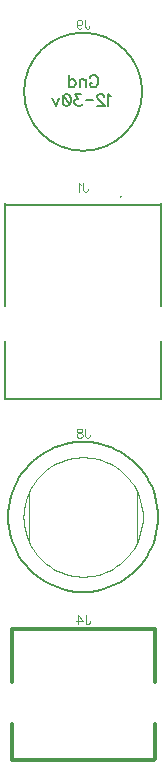
<source format=gbr>
%TF.GenerationSoftware,Novarm,DipTrace,3.3.1.3*%
%TF.CreationDate,2023-12-10T18:24:30+00:00*%
%FSLAX35Y35*%
%MOMM*%
%TF.FileFunction,Legend,Bot*%
%TF.Part,Single*%
%ADD10C,0.3*%
%ADD24C,0.1*%
%ADD27C,0.2*%
%ADD101C,0.11765*%
%ADD105C,0.15686*%
G75*
G01*
%LPD*%
X1460040Y3987919D2*
D27*
Y4861029D1*
X1460444Y4840081D2*
X140018D1*
Y4861029D2*
Y3987919D1*
X1460040Y3688126D2*
Y3199974D1*
X140018D1*
Y3688126D1*
X1117483Y4907045D2*
D24*
D3*
G02X1117483Y4917004I-4J4979D01*
G01*
D3*
G02X1117483Y4907045I137J-4979D01*
G01*
X1401902Y144999D2*
D10*
X198098D1*
X1404946Y445941D2*
Y150013D1*
Y799998D2*
Y1249988D1*
X1401902Y1255002D2*
X198098D1*
X195054Y1249988D2*
Y799998D1*
Y150013D2*
Y445941D1*
X164937Y2200000D2*
D27*
X166484Y2244295D1*
X171117Y2288375D1*
X178815Y2332024D1*
X189538Y2375030D1*
X203236Y2417183D1*
X219841Y2458278D1*
X239273Y2498114D1*
X261436Y2536499D1*
X286223Y2573244D1*
X313514Y2608170D1*
X343174Y2641108D1*
X375060Y2671897D1*
X409016Y2700387D1*
X444877Y2726439D1*
X482469Y2749926D1*
X521607Y2770734D1*
X562101Y2788762D1*
X603755Y2803921D1*
X646364Y2816138D1*
X689722Y2825353D1*
X733618Y2831521D1*
X777837Y2834613D1*
X822163D1*
X866382Y2831521D1*
X910278Y2825353D1*
X953636Y2816138D1*
X996245Y2803921D1*
X1037899Y2788762D1*
X1078393Y2770734D1*
X1117531Y2749926D1*
X1155123Y2726439D1*
X1190984Y2700387D1*
X1224940Y2671897D1*
X1256826Y2641108D1*
X1286486Y2608170D1*
X1313777Y2573244D1*
X1338564Y2536499D1*
X1360727Y2498114D1*
X1380159Y2458278D1*
X1396764Y2417183D1*
X1410462Y2375030D1*
X1421185Y2332024D1*
X1428883Y2288375D1*
X1433516Y2244295D1*
X1435063Y2200000D1*
X1433516Y2155705D1*
X1428883Y2111625D1*
X1421185Y2067976D1*
X1410462Y2024970D1*
X1396764Y1982817D1*
X1380159Y1941722D1*
X1360727Y1901886D1*
X1338564Y1863501D1*
X1313777Y1826756D1*
X1286486Y1791830D1*
X1256826Y1758892D1*
X1224940Y1728103D1*
X1190984Y1699613D1*
X1155123Y1673561D1*
X1117531Y1650074D1*
X1078393Y1629266D1*
X1037899Y1611238D1*
X996245Y1596079D1*
X953636Y1583862D1*
X910278Y1574647D1*
X866382Y1568479D1*
X822163Y1565387D1*
X777837D1*
X733618Y1568479D1*
X689722Y1574647D1*
X646364Y1583862D1*
X603755Y1596079D1*
X562101Y1611238D1*
X521607Y1629266D1*
X482469Y1650074D1*
X444877Y1673561D1*
X409016Y1699613D1*
X375060Y1728103D1*
X343174Y1758892D1*
X313514Y1791830D1*
X286223Y1826756D1*
X261436Y1863501D1*
X239273Y1901886D1*
X219841Y1941722D1*
X203236Y1982817D1*
X189538Y2024970D1*
X178815Y2067976D1*
X171117Y2111625D1*
X166484Y2155705D1*
X164937Y2200000D1*
X294924D2*
D24*
X296154Y2235224D1*
X299839Y2270276D1*
X305961Y2304985D1*
X314490Y2339184D1*
X325384Y2372704D1*
X338590Y2405382D1*
X354044Y2437061D1*
X371671Y2467584D1*
X391385Y2496803D1*
X413089Y2524577D1*
X436679Y2550769D1*
X462038Y2575252D1*
X489044Y2597908D1*
X517565Y2618624D1*
X547462Y2637301D1*
X578589Y2653848D1*
X610795Y2668183D1*
X643923Y2680238D1*
X677811Y2689953D1*
X712294Y2697281D1*
X747205Y2702186D1*
X782373Y2704644D1*
X817627D1*
X852795Y2702186D1*
X887706Y2697281D1*
X922189Y2689953D1*
X956077Y2680238D1*
X989205Y2668183D1*
X1021411Y2653848D1*
X1052538Y2637301D1*
X1082435Y2618624D1*
X1110956Y2597908D1*
X1137962Y2575252D1*
X1163321Y2550769D1*
X1186911Y2524577D1*
X1208615Y2496803D1*
X1228329Y2467584D1*
X1245956Y2437061D1*
X1261410Y2405382D1*
X1274616Y2372704D1*
X1285510Y2339184D1*
X1294039Y2304985D1*
X1300161Y2270276D1*
X1303846Y2235224D1*
X1305076Y2200000D1*
X1303846Y2164776D1*
X1300161Y2129724D1*
X1294039Y2095015D1*
X1285510Y2060816D1*
X1274616Y2027296D1*
X1261410Y1994618D1*
X1245956Y1962939D1*
X1228329Y1932416D1*
X1208615Y1903197D1*
X1186911Y1875423D1*
X1163321Y1849231D1*
X1137962Y1824748D1*
X1110956Y1802092D1*
X1082435Y1781376D1*
X1052538Y1762699D1*
X1021411Y1746152D1*
X989205Y1731817D1*
X956077Y1719762D1*
X922189Y1710047D1*
X887706Y1702719D1*
X852795Y1697814D1*
X817627Y1695356D1*
X782373D1*
X747205Y1697814D1*
X712294Y1702719D1*
X677811Y1710047D1*
X643923Y1719762D1*
X610795Y1731817D1*
X578589Y1746152D1*
X547462Y1762699D1*
X517565Y1781376D1*
X489044Y1802092D1*
X462038Y1824748D1*
X436679Y1849231D1*
X413089Y1875423D1*
X391385Y1903197D1*
X371671Y1932416D1*
X354044Y1962939D1*
X338590Y1994618D1*
X325384Y2027296D1*
X314490Y2060816D1*
X305961Y2095015D1*
X299839Y2129724D1*
X296154Y2164776D1*
X294924Y2200000D1*
X344974Y1999975D2*
Y2400025D1*
X1255026Y1999975D2*
Y2400025D1*
X300000Y5800000D2*
D27*
G02X300000Y5800000I500000J0D01*
G01*
X803168Y5028598D2*
D101*
Y4970310D1*
X806790Y4959360D1*
X810496Y4955738D1*
X817740Y4952032D1*
X825068D1*
X832312Y4955738D1*
X835934Y4959360D1*
X839640Y4970310D1*
Y4977554D1*
X779638Y5013942D2*
X772310Y5017648D1*
X761360Y5028514D1*
Y4952032D1*
X820862Y1366594D2*
Y1308306D1*
X824484Y1297356D1*
X828190Y1293734D1*
X835434Y1290028D1*
X842762D1*
X850005Y1293734D1*
X853627Y1297356D1*
X857334Y1308306D1*
Y1315550D1*
X760860Y1290028D2*
Y1366509D1*
X797332Y1315550D1*
X742666D1*
X819009Y2946592D2*
Y2888304D1*
X822630Y2877354D1*
X826337Y2873732D1*
X833580Y2870026D1*
X840909D1*
X848152Y2873732D1*
X851774Y2877354D1*
X855480Y2888304D1*
Y2895548D1*
X777285Y2946508D2*
X788151Y2942886D1*
X791857Y2935642D1*
Y2928314D1*
X788151Y2921070D1*
X780907Y2917364D1*
X766335Y2913742D1*
X755385Y2910120D1*
X748141Y2902792D1*
X744520Y2895548D1*
Y2884598D1*
X748141Y2877354D1*
X751763Y2873648D1*
X762713Y2870026D1*
X777285D1*
X788151Y2873648D1*
X791857Y2877354D1*
X795479Y2884598D1*
Y2895548D1*
X791857Y2902792D1*
X784529Y2910120D1*
X773663Y2913742D1*
X759091Y2917364D1*
X751763Y2921070D1*
X748141Y2928314D1*
Y2935642D1*
X751763Y2942886D1*
X762713Y2946508D1*
X777285D1*
X817240Y6411592D2*
Y6353304D1*
X820862Y6342354D1*
X824568Y6338732D1*
X831812Y6335026D1*
X839140D1*
X846384Y6338732D1*
X850005Y6342354D1*
X853712Y6353304D1*
Y6360548D1*
X746288Y6386070D2*
X749995Y6375120D1*
X757238Y6367792D1*
X768188Y6364170D1*
X771810D1*
X782760Y6367792D1*
X790004Y6375120D1*
X793710Y6386070D1*
Y6389692D1*
X790004Y6400642D1*
X782760Y6407886D1*
X771810Y6411508D1*
X768188D1*
X757238Y6407886D1*
X749995Y6400642D1*
X746288Y6386070D1*
Y6367792D1*
X749995Y6349598D1*
X757238Y6338648D1*
X768188Y6335026D1*
X775432D1*
X786382Y6338648D1*
X790004Y6345976D1*
X854434Y5916781D2*
D105*
X859264Y5926440D1*
X869034Y5936211D1*
X878693Y5941040D1*
X898122D1*
X907893Y5936211D1*
X917551Y5926440D1*
X922493Y5916781D1*
X927322Y5902181D1*
Y5877811D1*
X922493Y5863323D1*
X917551Y5853552D1*
X907893Y5843894D1*
X898122Y5838952D1*
X878693D1*
X869034Y5843894D1*
X859264Y5853552D1*
X854434Y5863323D1*
Y5877811D1*
X878693D1*
X823062Y5907011D2*
Y5838952D1*
Y5887581D2*
X808462Y5902181D1*
X798691Y5907011D1*
X784203D1*
X774433Y5902181D1*
X769603Y5887581D1*
Y5838952D1*
X679943Y5941040D2*
Y5838952D1*
Y5892411D2*
X689602Y5902181D1*
X699372Y5907011D1*
X713972D1*
X723631Y5902181D1*
X733402Y5892411D1*
X738231Y5877811D1*
Y5868152D1*
X733402Y5853552D1*
X723631Y5843894D1*
X713972Y5838952D1*
X699372D1*
X689602Y5843894D1*
X679943Y5853552D1*
X1037694Y5761898D2*
X1027923Y5766840D1*
X1013323Y5781328D1*
Y5679352D1*
X977009Y5757069D2*
Y5761898D1*
X972179Y5771669D1*
X967350Y5776498D1*
X957579Y5781328D1*
X938150D1*
X928492Y5776498D1*
X923663Y5771669D1*
X918721Y5761898D1*
Y5752240D1*
X923663Y5742469D1*
X933321Y5727981D1*
X981950Y5679352D1*
X913892D1*
X882519Y5730340D2*
X826365D1*
X785222Y5781328D2*
X731876D1*
X760964Y5742469D1*
X746364D1*
X736705Y5737640D1*
X731876Y5732811D1*
X726934Y5718211D1*
Y5708552D1*
X731876Y5693952D1*
X741534Y5684181D1*
X756134Y5679352D1*
X770734D1*
X785222Y5684181D1*
X790051Y5689123D1*
X794993Y5698781D1*
X666362Y5781328D2*
X680962Y5776498D1*
X690733Y5761898D1*
X695562Y5737640D1*
Y5723040D1*
X690733Y5698781D1*
X680962Y5684181D1*
X666362Y5679352D1*
X656703D1*
X642103Y5684181D1*
X632445Y5698781D1*
X627503Y5723040D1*
Y5737640D1*
X632445Y5761898D1*
X642103Y5776498D1*
X656703Y5781328D1*
X666362D1*
X632445Y5761898D2*
X690733Y5698781D1*
X596131Y5747411D2*
X566931Y5679352D1*
X537843Y5747411D1*
M02*

</source>
